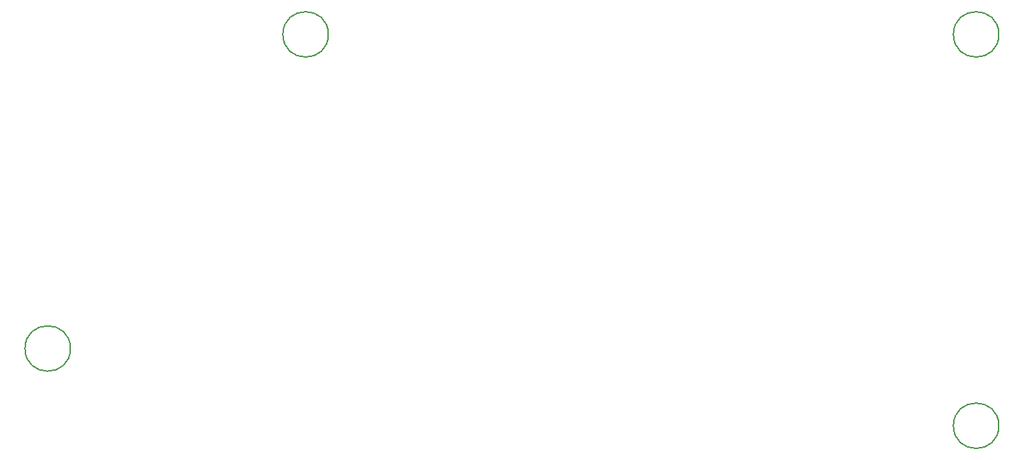
<source format=gbr>
G04 #@! TF.GenerationSoftware,KiCad,Pcbnew,8.0.6*
G04 #@! TF.CreationDate,2025-06-21T10:27:38-07:00*
G04 #@! TF.ProjectId,complete_EPG,636f6d70-6c65-4746-955f-4550472e6b69,rev?*
G04 #@! TF.SameCoordinates,Original*
G04 #@! TF.FileFunction,Other,Comment*
%FSLAX46Y46*%
G04 Gerber Fmt 4.6, Leading zero omitted, Abs format (unit mm)*
G04 Created by KiCad (PCBNEW 8.0.6) date 2025-06-21 10:27:38*
%MOMM*%
%LPD*%
G01*
G04 APERTURE LIST*
%ADD10C,0.150000*%
G04 APERTURE END LIST*
D10*
X138508000Y-20677000D02*
G75*
G02*
X132908000Y-20677000I-2800000J0D01*
G01*
X132908000Y-20677000D02*
G75*
G02*
X138508000Y-20677000I2800000J0D01*
G01*
X55958000Y-20677000D02*
G75*
G02*
X50358000Y-20677000I-2800000J0D01*
G01*
X50358000Y-20677000D02*
G75*
G02*
X55958000Y-20677000I2800000J0D01*
G01*
X24208000Y-59412000D02*
G75*
G02*
X18608000Y-59412000I-2800000J0D01*
G01*
X18608000Y-59412000D02*
G75*
G02*
X24208000Y-59412000I2800000J0D01*
G01*
X138508000Y-68937000D02*
G75*
G02*
X132908000Y-68937000I-2800000J0D01*
G01*
X132908000Y-68937000D02*
G75*
G02*
X138508000Y-68937000I2800000J0D01*
G01*
M02*

</source>
